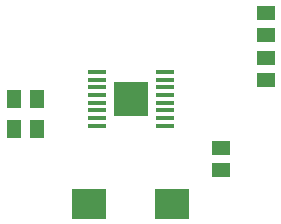
<source format=gbr>
G04 EAGLE Gerber RS-274X export*
G75*
%MOMM*%
%FSLAX34Y34*%
%LPD*%
%INSolderpaste Top*%
%IPPOS*%
%AMOC8*
5,1,8,0,0,1.08239X$1,22.5*%
G01*
%ADD10R,3.000000X2.500000*%
%ADD11R,1.500000X1.300000*%
%ADD12R,1.300000X1.500000*%
%ADD13R,1.488400X0.406800*%
%ADD14R,3.000000X3.000000*%


D10*
X162000Y127000D03*
X92000Y127000D03*
D11*
X203200Y174600D03*
X203200Y155600D03*
D12*
X47600Y190500D03*
X28600Y190500D03*
D11*
X241300Y288900D03*
X241300Y269900D03*
X241300Y231800D03*
X241300Y250800D03*
D12*
X28600Y215900D03*
X47600Y215900D03*
D13*
X155704Y193150D03*
X155704Y199650D03*
X155704Y206150D03*
X155704Y212650D03*
X155704Y219150D03*
X155704Y225650D03*
X155704Y232150D03*
X155704Y238650D03*
X98296Y238650D03*
X98296Y232150D03*
X98296Y225650D03*
X98296Y219150D03*
X98296Y212650D03*
X98296Y206150D03*
X98296Y199650D03*
X98296Y193150D03*
D14*
X127000Y215900D03*
M02*

</source>
